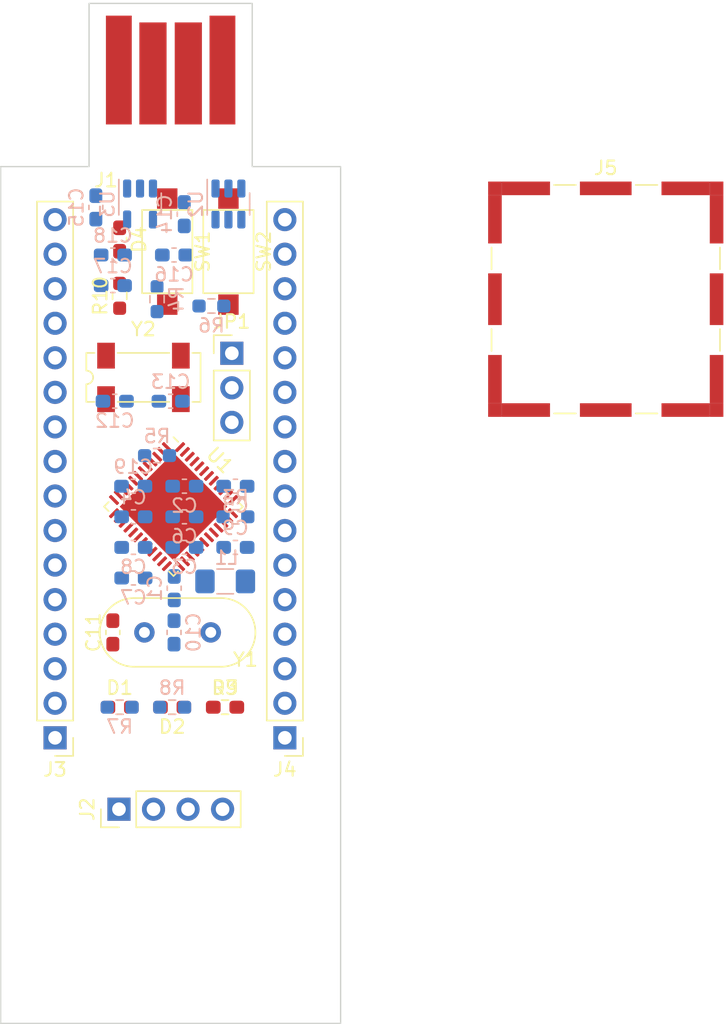
<source format=kicad_pcb>
(kicad_pcb (version 20211014) (generator pcbnew)
  (layers (0 "F.Cu" signal) (31 "B.Cu" signal) (34 "B.Paste" user) (35 "F.Paste" user) (36 "B.SilkS" user "B.Silkscreen") (37 "F.SilkS" user "F.Silkscreen") (38 "B.Mask" user) (39 "F.Mask" user) (44 "Edge.Cuts" user))
  (net 0 "")
  (net 1 "+3V3")
  (net 2 "GND")
  (net 3 "+5V")
  (net 4 "Net-(C16-Pad1)")
  (net 5 "Net-(C17-Pad1)")
  (net 6 "RESET")
  (net 7 "Net-(D1-Pad2)")
  (net 8 "Net-(D2-Pad2)")
  (net 9 "Net-(D3-Pad2)")
  (net 10 "Net-(D4-Pad2)")
  (net 11 "/D-")
  (net 12 "/D+")
  (net 13 "SWDIO")
  (net 14 "SWCLK")
  (net 15 "PB3")
  (net 16 "PB2")
  (net 17 "PA9")
  (net 18 "PA8")
  (net 19 "PA7")
  (net 20 "PA6")
  (net 21 "PA5")
  (net 22 "PA4")
  (net 23 "PA3")
  (net 24 "PA2")
  (net 25 "PA1")
  (net 26 "PA0")
  (net 27 "PB9")
  (net 28 "PB8")
  (net 29 "PB0")
  (net 30 "PB1")
  (net 31 "PE4")
  (net 32 "PA10")
  (net 33 "USB_N")
  (net 34 "USB_P")
  (net 35 "PA15")
  (net 36 "PB4")
  (net 37 "PB5")
  (net 38 "PB6")
  (net 39 "PB7")
  (net 41 "Net-(C9-Pad2)")
  (net 42 "Net-(C10-Pad1)")
  (net 43 "Net-(C11-Pad1)")
  (net 44 "Net-(C12-Pad1)")
  (net 45 "Net-(C13-Pad1)")
  (net 46 "Net-(JP1-Pad2)")
  (net 47 "Net-(L1-Pad1)")
  (net 51 "Net-(R6-Pad2)")
  (footprint "Crystal:Crystal_HC49-4H_Vertical" (layer "F.Cu") (at 45.45 64.25 180)
    (fp_text reference "Y1" (at -2.55 -2 180) (layer "F.SilkS"))
    (fp_text value "8M")
    (fp_line (start -0.76 -2.525) (end 5.64 -2.525) (layer "F.SilkS") (width 0.12))
    (fp_line (start -0.76 2.525) (end 5.64 2.525) (layer "F.SilkS") (width 0.12))
    (fp_arc (start -0.76 2.525) (mid -3.285 0) (end -0.76 -2.525) (layer "F.SilkS") (width 0.12))
    (fp_arc (start 5.64 -2.525) (mid 8.165 0) (end 5.64 2.525) (layer "F.SilkS") (width 0.12))
    (pad "1" thru_hole circle locked (at 0 0 180) (size 1.5 1.5) (drill 0.8) (layers *.Cu *.Mask) (net 42 "Net-(C10-Pad1)"))
    (pad "2" thru_hole circle locked (at 4.88 0 180) (size 1.5 1.5) (drill 0.8) (layers *.Cu *.Mask) (net 43 "Net-(C11-Pad1)"))
  )
  (footprint "Resistor_SMD:R_0603_1608Metric_Pad0.98x0.95mm_HandSolder" (layer "F.Cu") (at 46.5 69.75)
    (fp_text reference "R9" (at 0 -1.43) (layer "F.SilkS"))
    (fp_text value "680")
    (fp_line (start -0.254724 0.5225) (end 0.254724 0.5225) (layer "F.SilkS") (width 0.12))
    (fp_line (start -0.254724 -0.5225) (end 0.254724 -0.5225) (layer "F.SilkS") (width 0.12))
    (pad "1" smd roundrect locked (at -0.9125 0) (size 0.975 0.95) (layers "F.Cu" "F.Paste" "F.Mask") (net 31 "PE4"))
    (pad "2" smd roundrect locked (at 0.9125 0) (size 0.975 0.95) (layers "F.Cu" "F.Paste" "F.Mask") (net 9 "Net-(D3-Pad2)"))
  )
  (footprint "Connector_PinHeader_2.54mm:PinHeader_1x04_P2.54mm_Vertical" (layer "F.Cu") (at 38.7 77.25 90)
    (fp_text reference "J2" (at 0 -2.33 90) (layer "F.SilkS"))
    (fp_text value "Conn")
    (fp_line (start 1.33 1.27) (end 1.33 8.95) (layer "F.SilkS") (width 0.12))
    (fp_line (start -1.33 1.27) (end 1.33 1.27) (layer "F.SilkS") (width 0.12))
    (fp_line (start -1.33 8.95) (end 1.33 8.95) (layer "F.SilkS") (width 0.12))
    (fp_line (start -1.33 1.27) (end -1.33 8.95) (layer "F.SilkS") (width 0.12))
    (fp_line (start -1.33 0) (end -1.33 -1.33) (layer "F.SilkS") (width 0.12))
    (fp_line (start -1.33 -1.33) (end 0 -1.33) (layer "F.SilkS") (width 0.12))
    (pad "1" thru_hole rect locked (at 0 0 90) (size 1.7 1.7) (drill 1) (layers *.Cu *.Mask) (net 1 "+3V3"))
    (pad "2" thru_hole oval locked (at 0 2.54 90) (size 1.7 1.7) (drill 1) (layers *.Cu *.Mask) (net 13 "SWDIO"))
    (pad "3" thru_hole oval locked (at 0 5.08 90) (size 1.7 1.7) (drill 1) (layers *.Cu *.Mask) (net 14 "SWCLK"))
    (pad "4" thru_hole oval locked (at 0 7.62 90) (size 1.7 1.7) (drill 1) (layers *.Cu *.Mask) (net 2 "GND"))
  )
  (footprint "Capacitor_SMD:C_0603_1608Metric_Pad1.08x0.95mm_HandSolder" (layer "F.Cu") (at 38.75 69.75)
    (fp_text reference "D1" (at 0 -1.43) (layer "F.SilkS"))
    (fp_text value "GRN")
    (fp_line (start -0.146267 -0.51) (end 0.146267 -0.51) (layer "F.SilkS") (width 0.12))
    (fp_line (start -0.146267 0.51) (end 0.146267 0.51) (layer "F.SilkS") (width 0.12))
    (pad "1" smd roundrect locked (at -0.8625 0) (size 1.075 0.95) (layers "F.Cu" "F.Paste" "F.Mask") (net 2 "GND"))
    (pad "2" smd roundrect locked (at 0.8625 0) (size 1.075 0.95) (layers "F.Cu" "F.Paste" "F.Mask") (net 7 "Net-(D1-Pad2)"))
  )
  (footprint "Capacitor_SMD:C_0603_1608Metric_Pad1.08x0.95mm_HandSolder" (layer "F.Cu") (at 46.5 69.75)
    (fp_text reference "D3" (at 0 -1.43) (layer "F.SilkS"))
    (fp_text value "BLU")
    (fp_line (start -0.146267 0.51) (end 0.146267 0.51) (layer "F.SilkS") (width 0.12))
    (fp_line (start -0.146267 -0.51) (end 0.146267 -0.51) (layer "F.SilkS") (width 0.12))
    (pad "1" smd roundrect locked (at -0.8625 0) (size 1.075 0.95) (layers "F.Cu" "F.Paste" "F.Mask") (net 2 "GND"))
    (pad "2" smd roundrect locked (at 0.8625 0) (size 1.075 0.95) (layers "F.Cu" "F.Paste" "F.Mask") (net 9 "Net-(D3-Pad2)"))
  )
  (footprint "Crystal:Crystal_SMD_SeikoEpson_MC306-4Pin_8.0x3.2mm" (layer "F.Cu") (at 40.5 45.5)
    (fp_text reference "Y2" (at 0 -3.55) (layer "F.SilkS"))
    (fp_text value "32k768")
    (fp_line (start -4.2 -1.8) (end -3.6 -1.8) (layer "F.SilkS") (width 0.12))
    (fp_line (start -4.2 1.8) (end -4.2 0.5) (layer "F.SilkS") (width 0.12))
    (fp_line (start -1.9 -1.8) (end 1.9 -1.8) (layer "F.SilkS") (width 0.12))
    (fp_line (start 4.2 1.8) (end 3.6 1.8) (layer "F.SilkS") (width 0.12))
    (fp_line (start 4.2 -1.8) (end 4.2 1.8) (layer "F.SilkS") (width 0.12))
    (fp_line (start -4.2 1.8) (end -3.6 1.8) (layer "F.SilkS") (width 0.12))
    (fp_line (start 1.9 1.8) (end -1.9 1.8) (layer "F.SilkS") (width 0.12))
    (fp_line (start 3.6 -1.8) (end 4.2 -1.8) (layer "F.SilkS") (width 0.12))
    (fp_line (start -4.2 -0.5) (end -4.2 -1.8) (layer "F.SilkS") (width 0.12))
    (fp_arc (start -4.2 -0.5) (mid -3.7 0) (end -4.2 0.5) (layer "F.SilkS") (width 0.12))
    (pad "1" smd rect locked (at -2.75 1.6) (size 1.3 1.9) (layers "F.Cu" "F.Paste" "F.Mask") (net 44 "Net-(C12-Pad1)"))
    (pad "2" smd rect locked (at 2.75 1.6) (size 1.3 1.9) (layers "F.Cu" "F.Paste" "F.Mask") (net 45 "Net-(C13-Pad1)"))
    (pad "3" smd rect locked (at 2.75 -1.6) (size 1.3 1.9) (layers "F.Cu" "F.Paste" "F.Mask"))
    (pad "4" smd rect locked (at -2.75 -1.6) (size 1.3 1.9) (layers "F.Cu" "F.Paste" "F.Mask"))
  )
  (footprint "Connector_PinHeader_2.54mm:PinHeader_1x16_P2.54mm_Vertical" (layer "F.Cu") (at 34 72 180)
    (fp_text reference "J3" (at 0 -2.33) (layer "F.SilkS"))
    (fp_text value "Conn")
    (fp_line (start 1.33 1.27) (end 1.33 39.43) (layer "F.SilkS") (width 0.12))
    (fp_line (start -1.33 1.27) (end 1.33 1.27) (layer "F.SilkS") (width 0.12))
    (fp_line (start -1.33 1.27) (end -1.33 39.43) (layer "F.SilkS") (width 0.12))
    (fp_line (start -1.33 -1.33) (end 0 -1.33) (layer "F.SilkS") (width 0.12))
    (fp_line (start -1.33 0) (end -1.33 -1.33) (layer "F.SilkS") (width 0.12))
    (fp_line (start -1.33 39.43) (end 1.33 39.43) (layer "F.SilkS") (width 0.12))
    (pad "1" thru_hole rect locked (at 0 0 180) (size 1.7 1.7) (drill 1) (layers *.Cu *.Mask) (net 2 "GND"))
    (pad "2" thru_hole oval locked (at 0 2.54 180) (size 1.7 1.7) (drill 1) (layers *.Cu *.Mask) (net 1 "+3V3"))
    (pad "3" thru_hole oval locked (at 0 5.08 180) (size 1.7 1.7) (drill 1) (layers *.Cu *.Mask) (net 6 "RESET"))
    (pad "4" thru_hole oval locked (at 0 7.62 180) (size 1.7 1.7) (drill 1) (layers *.Cu *.Mask) (net 16 "PB2"))
    (pad "5" thru_hole oval locked (at 0 10.16 180) (size 1.7 1.7) (drill 1) (layers *.Cu *.Mask) (net 17 "PA9"))
    (pad "6" thru_hole oval locked (at 0 12.7 180) (size 1.7 1.7) (drill 1) (layers *.Cu *.Mask) (net 18 "PA8"))
    (pad "7" thru_hole oval locked (at 0 15.24 180) (size 1.7 1.7) (drill 1) (layers *.Cu *.Mask) (net 19 "PA7"))
    (pad "8" thru_hole oval locked (at 0 17.78 180) (size 1.7 1.7) (drill 1) (layers *.Cu *.Mask) (net 20 "PA6"))
    (pad "9" thru_hole oval locked (at 0 20.32 180) (size 1.7 1.7) (drill 1) (layers *.Cu *.Mask) (net 21 "PA5"))
    (pad "10" thru_hole oval locked (at 0 22.86 180) (size 1.7 1.7) (drill 1) (layers *.Cu *.Mask) (net 22 "PA4"))
    (pad "11" thru_hole oval locked (at 0 25.4 180) (size 1.7 1.7) (drill 1) (layers *.Cu *.Mask) (net 23 "PA3"))
    (pad "12" thru_hole oval locked (at 0 27.94 180) (size 1.7 1.7) (drill 1) (layers *.Cu *.Mask) (net 24 "PA2"))
    (pad "13" thru_hole oval locked (at 0 30.48 180) (size 1.7 1.7) (drill 1) (layers *.Cu *.Mask) (net 25 "PA1"))
    (pad "14" thru_hole oval locked (at 0 33.02 180) (size 1.7 1.7) (drill 1) (layers *.Cu *.Mask) (net 26 "PA0"))
    (pad "15" thru_hole oval locked (at 0 35.56 180) (size 1.7 1.7) (drill 1) (layers *.Cu *.Mask) (net 27 "PB9"))
    (pad "16" thru_hole oval locked (at 0 38.1 180) (size 1.7 1.7) (drill 1) (layers *.Cu *.Mask) (net 28 "PB8"))
  )
  (footprint "lib:CONN-USB-A-PCB-TRACES" (layer "F.Cu") (at 42.5 18 180)
    (fp_text reference "J1" hide)
    (fp_text value "USB_A" hide)
    (fp_text user "${REFERENCE}" (at 4.75 -13 180) (layer "F.SilkS"))
    (pad "1" connect rect locked (at 3.81 -4.9 180) (size 1.9 8) (layers "F.Cu" "F.Mask") (net 3 "+5V"))
    (pad "2" connect rect locked (at 1.3 -5.15 180) (size 2 7.5) (layers "F.Cu" "F.Mask") (net 12 "/D+"))
    (pad "3" connect rect locked (at -1.3 -5.15 180) (size 2 7.5) (layers "F.Cu" "F.Mask") (net 11 "/D-"))
    (pad "4" connect rect locked (at -3.81 -4.9 180) (size 1.9 8) (layers "F.Cu" "F.Mask") (net 2 "GND"))
  )
  (footprint "RF_Shielding:Laird_Technologies_BMI-S-202-F_16.50x16.50mm" (layer "F.Cu") (at 74.5 39.75)
    (fp_text reference "J5" (at 0 -9.65) (layer "F.SilkS"))
    (fp_text value "RFShield")
    (fp_line (start -8.4 -3.8) (end -8.4 -2.2) (layer "F.SilkS") (width 0.12))
    (fp_line (start -3.8 8.4) (end -2.2 8.4) (layer "F.SilkS") (width 0.12))
    (fp_line (start -8.4 2.2) (end -8.4 3.8) (layer "F.SilkS") (width 0.12))
    (fp_line (start 2.2 -8.4) (end 3.8 -8.4) (layer "F.SilkS") (width 0.12))
    (fp_line (start 8.4 -3.8) (end 8.4 -2.2) (layer "F.SilkS") (width 0.12))
    (fp_line (start -3.8 -8.4) (end -2.2 -8.4) (layer "F.SilkS") (width 0.12))
    (fp_line (start 8.4 2.2) (end 8.4 3.8) (layer "F.SilkS") (width 0.12))
    (fp_line (start 2.2 8.4) (end 3.8 8.4) (layer "F.SilkS") (width 0.12))
    (pad "1" smd rect locked (at 8.15 5.875) (size 1 3.55) (layers "F.Cu" "F.Paste" "F.Mask") (net 2 "GND"))
    (pad "1" smd rect locked (at -8.15 -8.15) (size 1 1) (layers "F.Cu" "F.Paste" "F.Mask") (net 2 "GND"))
    (pad "1" smd rect locked (at 5.875 -8.15) (size 3.55 1) (layers "F.Cu" "F.Paste" "F.Mask") (net 2 "GND"))
    (pad "1" smd rect locked (at 0 8.15) (size 3.8 1) (layers "F.Cu" "F.Paste" "F.Mask") (net 2 "GND"))
    (pad "1" smd rect locked (at -5.875 -8.15) (size 3.55 1) (layers "F.Cu" "F.Paste" "F.Mask") (net 2 "GND"))
    (pad "1" smd rect locked (at -5.875 8.15) (size 3.55 1) (layers "F.Cu" "F.Paste" "F.Mask") (net 2 "GND"))
    (pad "1" smd rect locked (at 5.875 8.15) (size 3.55 1) (layers "F.Cu" "F.Paste" "F.Mask") (net 2 "GND"))
    (pad "1" smd rect locked (at 8.15 -8.15) (size 1 1) (layers "F.Cu" "F.Paste" "F.Mask") (net 2 "GND"))
    (pad "1" smd rect locked (at -8.15 0) (size 1 3.8) (layers "F.Cu" "F.Paste" "F.Mask") (net 2 "GND"))
    (pad "1" smd rect locked (at 8.15 8.15) (size 1 1) (layers "F.Cu" "F.Paste" "F.Mask") (net 2 "GND"))
    (pad "1" smd rect locked (at 8.15 -5.875) (size 1 3.55) (layers "F.Cu" "F.Paste" "F.Mask") (net 2 "GND"))
    (pad "1" smd rect locked (at 0 -8.15) (size 3.8 1) (layers "F.Cu" "F.Paste" "F.Mask") (net 2 "GND"))
    (pad "1" smd rect locked (at -8.15 8.15) (size 1 1) (layers "F.Cu" "F.Paste" "F.Mask") (net 2 "GND"))
    (pad "1" smd rect locked (at -8.15 5.875) (size 1 3.55) (layers "F.Cu" "F.Paste" "F.Mask") (net 2 "GND"))
    (pad "1" smd rect locked (at -8.15 -5.875) (size 1 3.55) (layers "F.Cu" "F.Paste" "F.Mask") (net 2 "GND"))
    (pad "1" smd rect locked (at 8.15 0) (size 1 3.8) (layers "F.Cu" "F.Paste" "F.Mask") (net 2 "GND"))
  )
  (footprint "Capacitor_SMD:C_0603_1608Metric_Pad1.08x0.95mm_HandSolder" (layer "F.Cu") (at 38.25 64.25 90)
    (fp_text reference "C11" (at 0 -1.43 90) (layer "F.SilkS"))
    (fp_text value "12p")
    (fp_line (start -0.146267 -0.51) (end 0.146267 -0.51) (layer "F.SilkS") (width 0.12))
    (fp_line (start -0.146267 0.51) (end 0.146267 0.51) (layer "F.SilkS") (width 0.12))
    (pad "1" smd roundrect locked (at -0.8625 0 90) (size 1.075 0.95) (layers "F.Cu" "F.Paste" "F.Mask") (net 43 "Net-(C11-Pad1)"))
    (pad "2" smd roundrect locked (at 0.8625 0 90) (size 1.075 0.95) (layers "F.Cu" "F.Paste" "F.Mask") (net 2 "GND"))
  )
  (footprint "Button_Switch_SMD:SW_SPST_CK_RS282G05A3" (layer "F.Cu") (at 42.25 36.25 -90)
    (fp_text reference "SW1" (at 0 -2.6 90) (layer "F.SilkS"))
    (fp_text value "Reset")
    (fp_line (start 3.06 -1.85) (end 3.06 1.85) (layer "F.SilkS") (width 0.12))
    (fp_line (start 3.06 1.85) (end -3.06 1.85) (layer "F.SilkS") (width 0.12))
    (fp_line (start -3.06 1.85) (end -3.06 -1.85) (layer "F.SilkS") (width 0.12))
    (fp_line (start -3.06 -1.85) (end 3.06 -1.85) (layer "F.SilkS") (width 0.12))
    (pad "1" smd rect locked (at -3.9 0 270) (size 1.5 1.5) (layers "F.Cu" "F.Paste" "F.Mask") (net 2 "GND"))
    (pad "2" smd rect locked (at 3.9 0 270) (size 1.5 1.5) (layers "F.Cu" "F.Paste" "F.Mask") (net 6 "RESET"))
  )
  (footprint "Button_Switch_SMD:SW_SPST_CK_RS282G05A3" (layer "F.Cu") (at 46.75 36.25 -90)
    (fp_text reference "SW2" (at 0 -2.6 90) (layer "F.SilkS"))
    (fp_text value "User PB")
    (fp_line (start 3.06 -1.85) (end 3.06 1.85) (layer "F.SilkS") (width 0.12))
    (fp_line (start -3.06 1.85) (end -3.06 -1.85) (layer "F.SilkS") (width 0.12))
    (fp_line (start 3.06 1.85) (end -3.06 1.85) (layer "F.SilkS") (width 0.12))
    (fp_line (start -3.06 -1.85) (end 3.06 -1.85) (layer "F.SilkS") (width 0.12))
    (pad "1" smd rect locked (at -3.9 0 270) (size 1.5 1.5) (layers "F.Cu" "F.Paste" "F.Mask") (net 2 "GND"))
    (pad "2" smd rect locked (at 3.9 0 270) (size 1.5 1.5) (layers "F.Cu" "F.Paste" "F.Mask") (net 51 "Net-(R6-Pad2)"))
  )
  (footprint "Capacitor_SMD:C_0603_1608Metric_Pad1.08x0.95mm_HandSolder" (layer "F.Cu") (at 38.75 35.3625 -90)
    (fp_text reference "D4" (at 0 -1.43 90) (layer "F.SilkS"))
    (fp_text value "PWR")
    (fp_line (start -0.146267 -0.51) (end 0.146267 -0.51) (layer "F.SilkS") (width 0.12))
    (fp_line (start -0.146267 0.51) (end 0.146267 0.51) (layer "F.SilkS") (width 0.12))
    (pad "1" smd roundrect locked (at -0.8625 0 270) (size 1.075 0.95) (layers "F.Cu" "F.Paste" "F.Mask") (net 2 "GND"))
    (pad "2" smd roundrect locked (at 0.8625 0 270) (size 1.075 0.95) (layers "F.Cu" "F.Paste" "F.Mask") (net 10 "Net-(D4-Pad2)"))
  )
  (footprint "Resistor_SMD:R_0603_1608Metric_Pad0.98x0.95mm_HandSolder" (layer "F.Cu") (at 38.75 39.5 90)
    (fp_text reference "R10" (at 0 -1.43 90) (layer "F.SilkS"))
    (fp_text value "680")
    (fp_line (start -0.254724 0.5225) (end 0.254724 0.5225) (layer "F.SilkS") (width 0.12))
    (fp_line (start -0.254724 -0.5225) (end 0.254724 -0.5225) (layer "F.SilkS") (width 0.12))
    (pad "1" smd roundrect locked (at -0.9125 0 90) (size 0.975 0.95) (layers "F.Cu" "F.Paste" "F.Mask") (net 1 "+3V3"))
    (pad "2" smd roundrect locked (at 0.9125 0 90) (size 0.975 0.95) (layers "F.Cu" "F.Paste" "F.Mask") (net 10 "Net-(D4-Pad2)"))
  )
  (footprint "Package_DFN_QFN:QFN-48-1EP_7x7mm_P0.5mm_EP5.6x5.6mm" (layer "F.Cu") (at 42.710051 55 -45)
    (fp_text reference "U1" (at 0 -4.82 135) (layer "F.SilkS"))
    (fp_text value "STM32WBxx")
    (fp_line (start -3.61 3.61) (end -3.61 3.135) (layer "F.SilkS") (width 0.12))
    (fp_line (start -3.135 -3.61) (end -3.61 -3.61) (layer "F.SilkS") (width 0.12))
    (fp_line (start 3.61 -3.61) (end 3.61 -3.135) (layer "F.SilkS") (width 0.12))
    (fp_line (start 3.135 -3.61) (end 3.61 -3.61) (layer "F.SilkS") (width 0.12))
    (fp_line (start 3.61 3.61) (end 3.61 3.135) (layer "F.SilkS") (width 0.12))
    (fp_line (start 3.135 3.61) (end 3.61 3.61) (layer "F.SilkS") (width 0.12))
    (fp_line (start -3.135 3.61) (end -3.61 3.61) (layer "F.SilkS") (width 0.12))
    (pad "1" smd roundrect locked (at -3.4375 -2.75 315) (size 0.875 0.25) (layers "F.Cu" "F.Paste" "F.Mask"))
    (pad "2" smd roundrect locked (at -3.4375 -2.25 315) (size 0.875 0.25) (layers "F.Cu" "F.Paste" "F.Mask") (net 45 "Net-(C13-Pad1)"))
    (pad "3" smd roundrect locked (at -3.4375 -1.75 315) (size 0.875 0.25) (layers "F.Cu" "F.Paste" "F.Mask") (net 44 "Net-(C12-Pad1)"))
    (pad "4" smd roundrect locked (at -3.4375 -1.25 315) (size 0.875 0.25) (layers "F.Cu" "F.Paste" "F.Mask") (net 46 "Net-(JP1-Pad2)"))
    (pad "5" smd roundrect locked (at -3.4375 -0.75 315) (size 0.875 0.25) (layers "F.Cu" "F.Paste" "F.Mask") (net 28 "PB8"))
    (pad "6" smd roundrect locked (at -3.4375 -0.25 315) (size 0.875 0.25) (layers "F.Cu" "F.Paste" "F.Mask") (net 27 "PB9"))
    (pad "7" smd roundrect locked (at -3.4375 0.25 315) (size 0.875 0.25) (layers "F.Cu" "F.Paste" "F.Mask") (net 6 "RESET"))
    (pad "8" smd roundrect locked (at -3.4375 0.75 315) (size 0.875 0.25) (layers "F.Cu" "F.Paste" "F.Mask") (net 1 "+3V3"))
    (pad "9" smd roundrect locked (at -3.4375 1.25 315) (size 0.875 0.25) (layers "F.Cu" "F.Paste" "F.Mask") (net 26 "PA0"))
    (pad "10" smd roundrect locked (at -3.4375 1.75 315) (size 0.875 0.25) (layers "F.Cu" "F.Paste" "F.Mask") (net 25 "PA1"))
    (pad "11" smd roundrect locked (at -3.4375 2.25 315) (size 0.875 0.25) (layers "F.Cu" "F.Paste" "F.Mask") (net 24 "PA2"))
    (pad "12" smd roundrect locked (at -3.4375 2.75 315) (size 0.875 0.25) (layers "F.Cu" "F.Paste" "F.Mask") (net 23 "PA3"))
    (pad "13" smd roundrect locked (at -2.75 3.4375 315) (size 0.25 0.875) (layers "F.Cu" "F.Paste" "F.Mask") (net 22 "PA4"))
    (pad "14" smd roundrect locked (at -2.25 3.4375 315) (size 0.25 0.875) (layers "F.Cu" "F.Paste" "F.Mask") (net 21 "PA5"))
    (pad "15" smd roundrect locked (at -1.75 3.4375 315) (size 0.25 0.875) (layers "F.Cu" "F.Paste" "F.Mask") (net 20 "PA6"))
    (pad "16" smd roundrect locked (at -1.25 3.4375 315) (size 0.25 0.875) (layers "F.Cu" "F.Paste" "F.Mask") (net 19 "PA7"))
    (pad "17" smd roundrect locked (at -0.75 3.4375 315) (size 0.25 0.875) (layers "F.Cu" "F.Paste" "F.Mask") (net 18 "PA8"))
    (pad "18" smd roundrect locked (at -0.25 3.4375 315) (size 0.25 0.875) (layers "F.Cu" "F.Paste" "F.Mask") (net 17 "PA9"))
    (pad "19" smd roundrect locked (at 0.25 3.4375 315) (size 0.25 0.875) (layers "F.Cu" "F.Paste" "F.Mask") (net 16 "PB2"))
    (pad "20" smd roundrect locked (at 0.75 3.4375 315) (size 0.25 0.875) (layers "F.Cu" "F.Paste" "F.Mask") (net 1 "+3V3"))
    (pad "21" smd roundrect locked (at 1.25 3.4375 315) (size 0.25 0.875) (layers "F.Cu" "F.Paste" "F.Mask"))
    (pad "22" smd roundrect locked (at 1.75 3.4375 315) (size 0.25 0.875) (layers "F.Cu" "F.Paste" "F.Mask") (net 2 "GND"))
    (pad "23" smd roundrect locked (at 2.25 3.4375 315) (size 0.25 0.875) (layers "F.Cu" "F.Paste" "F.Mask") (net 1 "+3V3"))
    (pad "24" smd roundrect locked (at 2.75 3.4375 315) (size 0.25 0.875) (layers "F.Cu" "F.Paste" "F.Mask") (net 43 "Net-(C11-Pad1)"))
    (pad "25" smd roundrect locked (at 3.4375 2.75 315) (size 0.875 0.25) (layers "F.Cu" "F.Paste" "F.Mask") (net 42 "Net-(C10-Pad1)"))
    (pad "26" smd roundrect locked (at 3.4375 2.25 315) (size 0.875 0.25) (layers "F.Cu" "F.Paste" "F.Mask"))
    (pad "27" smd roundrect locked (at 3.4375 1.75 315) (size 0.875 0.25) (layers "F.Cu" "F.Paste" "F.Mask"))
    (pad "28" smd roundrect locked (at 3.4375 1.25 315) (size 0.875 0.25) (layers "F.Cu" "F.Paste" "F.Mask") (net 29 "PB0"))
    (pad "29" smd roundrect locked (at 3.4375 0.75 315) (size 0.875 0.25) (layers "F.Cu" "F.Paste" "F.Mask") (net 30 "PB1"))
    (pad "30" smd roundrect locked (at 3.4375 0.25 315) (size 0.875 0.25) (layers "F.Cu" "F.Paste" "F.Mask") (net 31 "PE4"))
    (pad "31" smd roundrect locked (at 3.4375 -0.25 315) (size 0.875 0.25) (layers "F.Cu" "F.Paste" "F.Mask") (net 41 "Net-(C9-Pad2)"))
    (pad "32" smd roundrect locked (at 3.4375 -0.75 315) (size 0.875 0.25) (layers "F.Cu" "F.Paste" "F.Mask") (net 2 "GND"))
    (pad "33" smd roundrect locked (at 3.4375 -1.25 315) (size 0.875 0.25) (layers "F.Cu" "F.Paste" "F.Mask") (net 47 "Net-(L1-Pad1)"))
    (pad "34" smd roundrect locked (at 3.4375 -1.75 315) (size 0.875 0.25) (layers "F.Cu" "F.Paste" "F.Mask") (net 1 "+3V3"))
    (pad "35" smd roundrect locked (at 3.4375 -2.25 315) (size 0.875 0.25) (layers "F.Cu" "F.Paste" "F.Mask") (net 1 "+3V3"))
    (pad "36" smd roundrect locked (at 3.4375 -2.75 315) (size 0.875 0.25) (layers "F.Cu" "F.Paste" "F.Mask") (net 32 "PA10"))
    (pad "37" smd roundrect locked (at 2.75 -3.4375 315) (size 0.25 0.875) (layers "F.Cu" "F.Paste" "F.Mask") (net 33 "USB_N"))
    (pad "38" smd roundrect locked (at 2.25 -3.4375 315) (size 0.25 0.875) (layers "F.Cu" "F.Paste" "F.Mask") (net 34 "USB_P"))
    (pad "39" smd roundrect locked (at 1.75 -3.4375 315) (size 0.25 0.875) (layers "F.Cu" "F.Paste" "F.Mask") (net 13 "SWDIO"))
    (pad "40" smd roundrect locked (at 1.25 -3.4375 315) (size 0.25 0.875) (layers "F.Cu" "F.Paste" "F.Mask") (net 1 "+3V3"))
    (pad "41" smd roundrect locked (at 0.75 -3.4375 315) (size 0.25 0.875) (layers "F.Cu" "F.Paste" "F.Mask") (net 14 "SWCLK"))
    (pad "42" smd roundrect locked (at 0.25 -3.4375 315) (size 0.25 0.875) (layers "F.Cu" "F.Paste" "F.Mask") (net 35 "PA15"))
    (pad "43" smd roundrect locked (at -0.25 -3.4375 315) (size 0.25 0.875) (layers "F.Cu" "F.Paste" "F.Mask") (net 15 "PB3"))
    (pad "44" smd roundrect locked (at -0.75 -3.4375 315) (size 0.25 0.875) (layers "F.Cu" "F.Paste" "F.Mask") (net 36 "PB4"))
    (pad "45" smd roundrect locked (at -1.25 -3.4375 315) (size 0.25 0.875) (layers "F.Cu" "F.Paste" "F.Mask") (net 37 "PB5"))
    (pad "46" smd roundrect locked (at -1.75 -3.4375 315) (size 0.25 0.875) (layers "F.Cu" "F.Paste" "F.Mask") (net 38 "PB6"))
    (pad "47" smd roundrect locked (at -2.25 -3.4375 315) (size 0.25 0.875) (layers "F.Cu" "F.Paste" "F.Mask") (net 39 "PB7"))
    (pad "48" smd roundrect locked (at -2.75 -3.4375 315) (size 0.25 0.875) (layers "F.Cu" "F.Paste" "F.Mask") (net 1 "+3V3"))
    (pad "49" smd rect locked (at 0 0 315) (size 5.6 5.6) (layers "F.Cu" "F.Mask") (net 2 "GND"))
  )
  (footprint "Connector_PinHeader_2.54mm:PinHeader_1x03_P2.54mm_Vertical" (layer "F.Cu") (at 47 43.725)
    (fp_text reference "JP1" (at 0 -2.33) (layer "F.SilkS"))
    (fp_text value "Jumper_3_Open")
    (fp_line (start -1.33 1.27) (end -1.33 6.41) (layer "F.SilkS") (width 0.12))
    (fp_line (start 1.33 1.27) (end 1.33 6.41) (layer "F.SilkS") (width 0.12))
    (fp_line (start -1.33 1.27) (end 1.33 1.27) (layer "F.SilkS") (width 0.12))
    (fp_line (start -1.33 0) (end -1.33 -1.33) (layer "F.SilkS") (width 0.12))
    (fp_line (start -1.33 -1.33) (end 0 -1.33) (layer "F.SilkS") (width 0.12))
    (fp_line (start -1.33 6.41) (end 1.33 6.41) (layer "F.SilkS") (width 0.12))
    (pad "1" thru_hole rect locked (at 0 0) (size 1.7 1.7) (drill 1) (layers *.Cu *.Mask) (net 1 "+3V3"))
    (pad "2" thru_hole oval locked (at 0 2.54) (size 1.7 1.7) (drill 1) (layers *.Cu *.Mask) (net 46 "Net-(JP1-Pad2)"))
    (pad "3" thru_hole oval locked (at 0 5.08) (size 1.7 1.7) (drill 1) (layers *.Cu *.Mask) (net 2 "GND"))
  )
  (footprint "Connector_PinHeader_2.54mm:PinHeader_1x16_P2.54mm_Vertical" (layer "F.Cu") (at 50.9 72 180)
    (fp_text reference "J4" (at 0 -2.33) (layer "F.SilkS"))
    (fp_text value "Conn")
    (fp_line (start -1.33 39.43) (end 1.33 39.43) (layer "F.SilkS") (width 0.12))
    (fp_line (start 1.33 1.27) (end 1.33 39.43) (layer "F.SilkS") (width 0.12))
    (fp_line (start -1.33 -1.33) (end 0 -1.33) (layer "F.SilkS") (width 0.12))
    (fp_line (start -1.33 1.27) (end 1.33 1.27) (layer "F.SilkS") (width 0.12))
    (fp_line (start -1.33 0) (end -1.33 -1.33) (layer "F.SilkS") (width 0.12))
    (fp_line (start -1.33 1.27) (end -1.33 39.43) (layer "F.SilkS") (width 0.12))
    (pad "1" thru_hole rect locked (at 0 0 180) (size 1.7 1.7) (drill 1) (layers *.Cu *.Mask) (net 2 "GND"))
    (pad "2" thru_hole oval locked (at 0 2.54 180) (size 1.7 1.7) (drill 1) (layers *.Cu *.Mask) (net 29 "PB0"))
    (pad "3" thru_hole oval locked (at 0 5.08 180) (size 1.7 1.7) (drill 1) (layers *.Cu *.Mask) (net 30 "PB1"))
    (pad "4" thru_hole oval locked (at 0 7.62 180) (size 1.7 1.7) (drill 1) (layers *.Cu *.Mask) (net 31 "PE4"))
    (pad "5" thru_hole oval locked (at 0 10.16 180) (size 1.7 1.7) (drill 1) (layers *.Cu *.Mask) (net 32 "PA10"))
    (pad "6" thru_hole oval locked (at 0 12.7 180) (size 1.7 1.7) (drill 1) (layers *.Cu *.Mask) (net 33 "USB_N"))
    (pad "7" thru_hole oval locked (at 0 15.24 180) (size 1.7 1.7) (drill 1) (layers *.Cu *.Mask) (net 34 "USB_P"))
    (pad "8" thru_hole oval locked (at 0 17.78 180) (size 1.7 1.7) (drill 1) (layers *.Cu *.Mask) (net 35 "PA15"))
    (pad "9" thru_hole oval locked (at 0 20.32 180) (size 1.7 1.7) (drill 1) (layers *.Cu *.Mask) (net 15 "PB3"))
    (pad "10" thru_hole oval locked (at 0 22.86 180) (size 1.7 1.7) (drill 1) (layers *.Cu *.Mask) (net 36 "PB4"))
    (pad "11" thru_hole oval locked (at 0 25.4 180) (size 1.7 1.7) (drill 1) (layers *.Cu *.Mask) (net 37 "PB5"))
    (pad "12" thru_hole oval locked (at 0 27.94 180) (size 1.7 1.7) (drill 1) (layers *.Cu *.Mask) (net 38 "PB6"))
    (pad "13" thru_hole oval locked (at 0 30.48 180) (size 1.7 1.7) (drill 1) (layers *.Cu *.Mask) (net 39 "PB7"))
    (pad "14" thru_hole oval locked (at 0 33.02 180) (size 1.7 1.7) (drill 1) (layers *.Cu *.Mask) (net 3 "+5V"))
    (pad "15" thru_hole oval locked (at 0 35.56 180) (size 1.7 1.7) (drill 1) (layers *.Cu *.Mask) (net 2 "GND"))
    (pad "16" thru_hole oval locked (at 0 38.1 180) (size 1.7 1.7) (drill 1) (layers *.Cu *.Mask) (net 1 "+3V3"))
  )
  (footprint "Capacitor_SMD:C_0603_1608Metric_Pad1.08x0.95mm_HandSolder" (layer "F.Cu") (at 42.6125 69.75 180)
    (fp_text reference "D2" (at 0 -1.43) (layer "F.SilkS"))
    (fp_text value "RED")
    (fp_line (start -0.146267 -0.51) (end 0.146267 -0.51) (layer "F.SilkS") (width 0.12))
    (fp_line (start -0.146267 0.51) (end 0.146267 0.51) (layer "F.SilkS") (width 0.12))
    (pad "1" smd roundrect locked (at -0.8625 0 180) (size 1.075 0.95) (layers "F.Cu" "F.Paste" "F.Mask") (net 2 "GND"))
    (pad "2" smd roundrect locked (at 0.8625 0 180) (size 1.075 0.95) (layers "F.Cu" "F.Paste" "F.Mask") (net 8 "Net-(D2-Pad2)"))
  )
  (footprint "Capacitor_SMD:C_0603_1608Metric_Pad1.08x0.95mm_HandSolder" (layer "B.Cu") (at 42.5 47.25 180)
    (fp_text reference "C13" (at 0 1.43) (layer "B.SilkS") (effects (justify mirror)))
    (fp_text value "10p")
    (fp_line (start -0.146267 -0.51) (end 0.146267 -0.51) (layer "B.SilkS") (width 0.12))
    (fp_line (start -0.146267 0.51) (end 0.146267 0.51) (layer "B.SilkS") (width 0.12))
    (pad "1" smd roundrect locked (at -0.8625 0 180) (size 1.075 0.95) (layers "B.Cu" "B.Paste" "B.Mask") (net 45 "Net-(C13-Pad1)"))
    (pad "2" smd roundrect locked (at 0.8625 0 180) (size 1.075 0.95) (layers "B.Cu" "B.Paste" "B.Mask") (net 2 "GND"))
  )
  (footprint "Capacitor_SMD:C_0603_1608Metric_Pad1.08x0.95mm_HandSolder" (layer "B.Cu") (at 43.5125 53.5)
    (fp_text reference "C2" (at 0 1.43) (layer "B.SilkS") (effects (justify mirror)))
    (fp_text value "100n")
    (fp_line (start -0.146267 -0.51) (end 0.146267 -0.51) (layer "B.SilkS") (width 0.12))
    (fp_line (start -0.146267 0.51) (end 0.146267 0.51) (layer "B.SilkS") (width 0.12))
    (pad "1" smd roundrect locked (at -0.8625 0) (size 1.075 0.95) (layers "B.Cu" "B.Paste" "B.Mask") (net 1 "+3V3"))
    (pad "2" smd roundrect locked (at 0.8625 0) (size 1.075 0.95) (layers "B.Cu" "B.Paste" "B.Mask") (net 2 "GND"))
  )
  (footprint "Capacitor_SMD:C_0603_1608Metric_Pad1.08x0.95mm_HandSolder" (layer "B.Cu") (at 42.7625 61 -90)
    (fp_text reference "C1" (at 0 1.43 90) (layer "B.SilkS") (effects (justify mirror)))
    (fp_text value "100n")
    (fp_line (start -0.146267 0.51) (end 0.146267 0.51) (layer "B.SilkS") (width 0.12))
    (fp_line (start -0.146267 -0.51) (end 0.146267 -0.51) (layer "B.SilkS") (width 0.12))
    (pad "1" smd roundrect locked (at -0.8625 0 270) (size 1.075 0.95) (layers "B.Cu" "B.Paste" "B.Mask") (net 1 "+3V3"))
    (pad "2" smd roundrect locked (at 0.8625 0 270) (size 1.075 0.95) (layers "B.Cu" "B.Paste" "B.Mask") (net 2 "GND"))
  )
  (footprint "Capacitor_SMD:C_0603_1608Metric_Pad1.08x0.95mm_HandSolder" (layer "B.Cu") (at 43.5 33.5 -90)
    (fp_text reference "C14" (at 0 1.43 90) (layer "B.SilkS") (effects (justify mirror)))
    (fp_text value "1u")
    (fp_line (start -0.146267 0.51) (end 0.146267 0.51) (layer "B.SilkS") (width 0.12))
    (fp_line (start -0.146267 -0.51) (end 0.146267 -0.51) (layer "B.SilkS") (width 0.12))
    (pad "1" smd roundrect locked (at -0.8625 0 270) (size 1.075 0.95) (layers "B.Cu" "B.Paste" "B.Mask") (net 3 "+5V"))
    (pad "2" smd roundrect locked (at 0.8625 0 270) (size 1.075 0.95) (layers "B.Cu" "B.Paste" "B.Mask") (net 2 "GND"))
  )
  (footprint "Capacitor_SMD:C_0603_1608Metric_Pad1.08x0.95mm_HandSolder" (layer "B.Cu") (at 42.75 36.5)
    (fp_text reference "C16" (at 0 1.43) (layer "B.SilkS") (effects (justify mirror)))
    (fp_text value "10n")
    (fp_line (start -0.146267 -0.51) (end 0.146267 -0.51) (layer "B.SilkS") (width 0.12))
    (fp_line (start -0.146267 0.51) (end 0.146267 0.51) (layer "B.SilkS") (width 0.12))
    (pad "1" smd roundrect locked (at -0.8625 0) (size 1.075 0.95) (layers "B.Cu" "B.Paste" "B.Mask") (net 4 "Net-(C16-Pad1)"))
    (pad "2" smd roundrect locked (at 0.8625 0) (size 1.075 0.95) (layers "B.Cu" "B.Paste" "B.Mask") (net 2 "GND"))
  )
  (footprint "Capacitor_SMD:C_0603_1608Metric_Pad1.08x0.95mm_HandSolder" (layer "B.Cu") (at 43.5125 55.75)
    (fp_text reference "C6" (at 0 1.43) (layer "B.SilkS") (effects (justify mirror)))
    (fp_text value "4.7u")
    (fp_line (start -0.146267 -0.51) (end 0.146267 -0.51) (layer "B.SilkS") (width 0.12))
    (fp_line (start -0.146267 0.51) (end 0.146267 0.51) (layer "B.SilkS") (width 0.12))
    (pad "1" smd roundrect locked (at -0.8625 0) (size 1.075 0.95) (layers "B.Cu" "B.Paste" "B.Mask") (net 1 "+3V3"))
    (pad "2" smd roundrect locked (at 0.8625 0) (size 1.075 0.95) (layers "B.Cu" "B.Paste" "B.Mask") (net 2 "GND"))
  )
  (footprint "Resistor_SMD:R_0603_1608Metric_Pad0.98x0.95mm_HandSolder" (layer "B.Cu") (at 41.5 51.25 180)
    (fp_text reference "R5" (at 0 1.43) (layer "B.SilkS") (effects (justify mirror)))
    (fp_text value "10k")
    (fp_line (start -0.254724 -0.5225) (end 0.254724 -0.5225) (layer "B.SilkS") (width 0.12))
    (fp_line (start -0.254724 0.5225) (end 0.254724 0.5225) (layer "B.SilkS") (width 0.12))
    (pad "1" smd roundrect locked (at -0.9125 0 180) (size 0.975 0.95) (layers "B.Cu" "B.Paste" "B.Mask") (net 1 "+3V3"))
    (pad "2" smd roundrect locked (at 0.9125 0 180) (size 0.975 0.95) (layers "B.Cu" "B.Paste" "B.Mask") (net 6 "RESET"))
  )
  (footprint "Capacitor_SMD:C_0603_1608Metric_Pad1.08x0.95mm_HandSolder" (layer "B.Cu") (at 38.3875 47.25)
    (fp_text reference "C12" (at 0 1.43) (layer "B.SilkS") (effects (justify mirror)))
    (fp_text value "10p")
    (fp_line (start -0.146267 0.51) (end 0.146267 0.51) (layer "B.SilkS") (width 0.12))
    (fp_line (start -0.146267 -0.51) (end 0.146267 -0.51) (layer "B.SilkS") (width 0.12))
    (pad "1" smd roundrect locked (at -0.8625 0) (size 1.075 0.95) (layers "B.Cu" "B.Paste" "B.Mask") (net 44 "Net-(C12-Pad1)"))
    (pad "2" smd roundrect locked (at 0.8625 0) (size 1.075 0.95) (layers "B.Cu" "B.Paste" "B.Mask") (net 2 "GND"))
  )
  (footprint "Capacitor_SMD:C_0603_1608Metric_Pad1.08x0.95mm_HandSolder" (layer "B.Cu") (at 39.7625 60.25)
    (fp_text reference "C7" (at 0 1.43) (layer "B.SilkS") (effects (justify mirror)))
    (fp_text value "100n")
    (fp_line (start -0.146267 0.51) (end 0.146267 0.51) (layer "B.SilkS") (width 0.12))
    (fp_line (start -0.146267 -0.51) (end 0.146267 -0.51) (layer "B.SilkS") (width 0.12))
    (pad "1" smd roundrect locked (at -0.8625 0) (size 1.075 0.95) (layers "B.Cu" "B.Paste" "B.Mask") (net 2 "GND"))
    (pad "2" smd roundrect locked (at 0.8625 0) (size 1.075 0.95) (layers "B.Cu" "B.Paste" "B.Mask") (net 1 "+3V3"))
  )
  (footprint "Capacitor_SMD:C_0603_1608Metric_Pad1.08x0.95mm_HandSolder" (layer "B.Cu") (at 39.7625 55.75 180)
    (fp_text reference "C4" (at 0 1.43) (layer "B.SilkS") (effects (justify mirror)))
    (fp_text value "100n")
    (fp_line (start -0.146267 0.51) (end 0.146267 0.51) (layer "B.SilkS") (width 0.12))
    (fp_line (start -0.146267 -0.51) (end 0.146267 -0.51) (layer "B.SilkS") (width 0.12))
    (pad "1" smd roundrect locked (at -0.8625 0 180) (size 1.075 0.95) (layers "B.Cu" "B.Paste" "B.Mask") (net 1 "+3V3"))
    (pad "2" smd roundrect locked (at 0.8625 0 180) (size 1.075 0.95) (layers "B.Cu" "B.Paste" "B.Mask") (net 2 "GND"))
  )
  (footprint "Resistor_SMD:R_0603_1608Metric_Pad0.98x0.95mm_HandSolder" (layer "B.Cu") (at 47.2625 55.75 180)
    (fp_text reference "R3" (at 0 1.43) (layer "B.SilkS") (effects (justify mirror)))
    (fp_text value "NC")
    (fp_line (start -0.254724 -0.5225) (end 0.254724 -0.5225) (layer "B.SilkS") (width 0.12))
    (fp_line (start -0.254724 0.5225) (end 0.254724 0.5225) (layer "B.SilkS") (width 0.12))
    (pad "1" smd roundrect locked (at -0.9125 0 180) (size 0.975 0.95) (layers "B.Cu" "B.Paste" "B.Mask") (net 41 "Net-(C9-Pad2)"))
    (pad "2" smd roundrect locked (at 0.9125 0 180) (size 0.975 0.95) (layers "B.Cu" "B.Paste" "B.Mask") (net 1 "+3V3"))
  )
  (footprint "Capacitor_SMD:C_0603_1608Metric_Pad1.08x0.95mm_HandSolder" (layer "B.Cu") (at 37 33 -90)
    (fp_text reference "C15" (at 0 1.43 90) (layer "B.SilkS") (effects (justify mirror)))
    (fp_text value "100n")
    (fp_line (start -0.146267 -0.51) (end 0.146267 -0.51) (layer "B.SilkS") (width 0.12))
    (fp_line (start -0.146267 0.51) (end 0.146267 0.51) (layer "B.SilkS") (width 0.12))
    (pad "1" smd roundrect locked (at -0.8625 0 270) (size 1.075 0.95) (layers "B.Cu" "B.Paste" "B.Mask") (net 3 "+5V"))
    (pad "2" smd roundrect locked (at 0.8625 0 270) (size 1.075 0.95) (layers "B.Cu" "B.Paste" "B.Mask") (net 2 "GND"))
  )
  (footprint "Capacitor_SMD:C_0603_1608Metric_Pad1.08x0.95mm_HandSolder" (layer "B.Cu") (at 39.7625 58)
    (fp_text reference "C8" (at 0 1.43) (layer "B.SilkS") (effects (justify mirror)))
    (fp_text value "100p")
    (fp_line (start -0.146267 0.51) (end 0.146267 0.51) (layer "B.SilkS") (width 0.12))
    (fp_line (start -0.146267 -0.51) (end 0.146267 -0.51) (layer "B.SilkS") (width 0.12))
    (pad "1" smd roundrect locked (at -0.8625 0) (size 1.075 0.95) (layers "B.Cu" "B.Paste" "B.Mask") (net 2 "GND"))
    (pad "2" smd roundrect locked (at 0.8625 0) (size 1.075 0.95) (layers "B.Cu" "B.Paste" "B.Mask") (net 1 "+3V3"))
  )
  (footprint "Package_TO_SOT_SMD:SOT-23-5" (layer "B.Cu") (at 40.25 32.75 -90)
    (fp_text reference "U3" (at 0 2.4 90) (layer "B.SilkS") (effects (justify mirror)))
    (fp_text value "LD3985M33R_SOT23")
    (fp_line (start 0 -1.56) (end -0.8 -1.56) (layer "B.SilkS") (width 0.12))
    (fp_line (start 0 1.56) (end 0.8 1.56) (layer "B.SilkS") (width 0.12))
    (fp_line (start 0 -1.56) (end 0.8 -1.56) (layer "B.SilkS") (width 0.12))
    (fp_line (start 0 1.56) (end -1.8 1.56) (layer "B.SilkS") (width 0.12))
    (pad "1" smd roundrect locked (at -1.1375 0.95 270) (size 1.325 0.6) (layers "B.Cu" "B.Paste" "B.Mask") (net 3 "+5V"))
    (pad "2" smd roundrect locked (at -1.1375 0 270) (size 1.325 0.6) (layers "B.Cu" "B.Paste" "B.Mask") (net 2 "GND"))
    (pad "3" smd roundrect locked (at -1.1375 -0.95 270) (size 1.325 0.6) (layers "B.Cu" "B.Paste" "B.Mask") (net 3 "+5V"))
    (pad "4" smd roundrect locked (at 1.1375 -0.95 270) (size 1.325 0.6) (layers "B.Cu" "B.Paste" "B.Mask") (net 4 "Net-(C16-Pad1)"))
    (pad "5" smd roundrect locked (at 1.1375 0.95 270) (size 1.325 0.6) (layers "B.Cu" "B.Paste" "B.Mask") (net 5 "Net-(C17-Pad1)"))
  )
  (footprint "Capacitor_SMD:C_0603_1608Metric_Pad1.08x0.95mm_HandSolder" (layer "B.Cu") (at 43.5125 58)
    (fp_text reference "C3" (at 0 1.43) (layer "B.SilkS") (effects (justify mirror)))
    (fp_text value "100n")
    (fp_line (start -0.146267 -0.51) (end 0.146267 -0.51) (layer "B.SilkS") (width 0.12))
    (fp_line (start -0.146267 0.51) (end 0.146267 0.51) (layer "B.SilkS") (width 0.12))
    (pad "1" smd roundrect locked (at -0.8625 0) (size 1.075 0.95) (layers "B.Cu" "B.Paste" "B.Mask") (net 1 "+3V3"))
    (pad "2" smd roundrect locked (at 0.8625 0) (size 1.075 0.95) (layers "B.Cu" "B.Paste" "B.Mask") (net 2 "GND"))
  )
  (footprint "Capacitor_SMD:C_0603_1608Metric_Pad1.08x0.95mm_HandSolder" (layer "B.Cu") (at 39.75 53.5 180)
    (fp_text reference "C19" (at 0 1.43) (layer "B.SilkS") (effects (justify mirror)))
    (fp_text value "100n")
    (fp_line (start -0.146267 0.51) (end 0.146267 0.51) (layer "B.SilkS") (width 0.12))
    (fp_line (start -0.146267 -0.51) (end 0.146267 -0.51) (layer "B.SilkS") (width 0.12))
    (pad "1" smd roundrect locked (at -0.8625 0 180) (size 1.075 0.95) (layers "B.Cu" "B.Paste" "B.Mask") (net 6 "RESET"))
    (pad "2" smd roundrect locked (at 0.8625 0 180) (size 1.075 0.95) (layers "B.Cu" "B.Paste" "B.Mask") (net 2 "GND"))
  )
  (footprint "Resistor_SMD:R_0603_1608Metric_Pad0.98x0.95mm_HandSolder" (layer "B.Cu") (at 41.5 39.75 90)
    (fp_text reference "R4" (at 0 1.43 90) (layer "B.SilkS") (effects (justify mirror)))
    (fp_text value "0")
    (fp_line (start -0.254724 -0.5225) (end 0.254724 -0.5225) (layer "B.SilkS") (width 0.12))
    (fp_line (start -0.254724 0.5225) (end 0.254724 0.5225) (layer "B.SilkS") (width 0.12))
    (pad "1" smd roundrect locked (at -0.9125 0 90) (size 0.975 0.95) (layers "B.Cu" "B.Paste" "B.Mask") (net 1 "+3V3"))
    (pad "2" smd roundrect locked (at 0.9125 0 90) (size 0.975 0.95) (layers "B.Cu" "B.Paste" "B.Mask") (net 5 "Net-(C17-Pad1)"))
  )
  (footprint "Resistor_SMD:R_0603_1608Metric_Pad0.98x0.95mm_HandSolder" (layer "B.Cu") (at 38.75 69.75)
    (fp_text reference "R7" (at 0 1.43) (layer "B.SilkS") (effects (justify mirror)))
    (fp_text value "680")
    (fp_line (start -0.254724 0.5225) (end 0.254724 0.5225) (layer "B.SilkS") (width 0.12))
    (fp_line (start -0.254724 -0.5225) (end 0.254724 -0.5225) (layer "B.SilkS") (width 0.12))
    (pad "1" smd roundrect locked (at -0.9125 0) (size 0.975 0.95) (layers "B.Cu" "B.Paste" "B.Mask") (net 29 "PB0"))
    (pad "2" smd roundrect locked (at 0.9125 0) (size 0.975 0.95) (layers "B.Cu" "B.Paste" "B.Mask") (net 7 "Net-(D1-Pad2)"))
  )
  (footprint "Capacitor_SMD:C_0603_1608Metric_Pad1.08x0.95mm_HandSolder" (layer "B.Cu") (at 38.25 38.75 180)
    (fp_text reference "C17" (at 0 1.43) (layer "B.SilkS") (effects (justify mirror)))
    (fp_text value "1u")
    (fp_line (start -0.146267 0.51) (end 0.146267 0.51) (layer "B.SilkS") (width 0.12))
    (fp_line (start -0.146267 -0.51) (end 0.146267 -0.51) (layer "B.SilkS") (width 0.12))
    (pad "1" smd roundrect locked (at -0.8625 0 180) (size 1.075 0.95) (layers "B.Cu" "B.Paste" "B.Mask") (net 5 "Net-(C17-Pad1)"))
    (pad "2" smd roundrect locked (at 0.8625 0 180) (size 1.075 0.95) (layers "B.Cu" "B.Paste" "B.Mask") (net 2 "GND"))
  )
  (footprint "Resistor_SMD:R_0603_1608Metric_Pad0.98x0.95mm_HandSolder" (layer "B.Cu") (at 45.5 40.25)
    (fp_text reference "R6" (at 0 1.43) (layer "B.SilkS") (effects (justify mirror)))
    (fp_text value "1k")
    (fp_line (start -0.254724 -0.5225) (end 0.254724 -0.5225) (layer "B.SilkS") (width 0.12))
    (fp_line (start -0.254724 0.5225) (end 0.254724 0.5225) (layer "B.SilkS") (width 0.12))
    (pad "1" smd roundrect locked (at -0.9125 0) (size 0.975 0.95) (layers "B.Cu" "B.Paste" "B.Mask") (net 32 "PA10"))
    (pad "2" smd roundrect locked (at 0.9125 0) (size 0.975 0.95) (layers "B.Cu" "B.Paste" "B.Mask") (net 51 "Net-(R6-Pad2)"))
  )
  (footprint "Inductor_SMD:L_1206_3216Metric_Pad1.42x1.75mm_HandSolder" (layer "B.Cu") (at 46.5125 60.5 180)
    (fp_text reference "L1" (at -0.1 1.74) (layer "B.SilkS") (effects (justify mirror)))
    (fp_text value "10u")
    (fp_line (start -0.602064 -0.91) (end 0.602064 -0.91) (layer "B.SilkS") (width 0.12))
    (fp_line (start -0.602064 0.91) (end 0.602064 0.91) (layer "B.SilkS") (width 0.12))
    (pad "1" smd roundrect locked (at -1.4875 0 180) (size 1.425 1.75) (layers "B.Cu" "B.Paste" "B.Mask") (roundrect_rratio 0.175439) (net 47 "Net-(L1-Pad1)"))
    (pad "2" smd roundrect locked (at 1.4875 0 180) (size 1.425 1.75) (layers "B.Cu" "B.Paste" "B.Mask") (roundrect_rratio 0.175439) (net 41 "Net-(C9-Pad2)"))
  )
  (footprint "Resistor_SMD:R_0603_1608Metric_Pad0.98x0.95mm_HandSolder" (layer "B.Cu") (at 42.6125 69.75 180)
    (fp_text reference "R8" (at 0 1.43) (layer "B.SilkS") (effects (justify mirror)))
    (fp_text value "680")
    (fp_line (start -0.254724 -0.5225) (end 0.254724 -0.5225) (layer "B.SilkS") (width 0.12))
    (fp_line (start -0.254724 0.5225) (end 0.254724 0.5225) (layer "B.SilkS") (width 0.12))
    (pad "1" smd roundrect locked (at -0.9125 0 180) (size 0.975 0.95) (layers "B.Cu" "B.Paste" "B.Mask") (net 30 "PB1"))
    (pad "2" smd roundrect locked (at 0.9125 0 180) (size 0.975 0.95) (layers "B.Cu" "B.Paste" "B.Mask") (net 8 "Net-(D2-Pad2)"))
  )
  (footprint "Capacitor_SMD:C_0603_1608Metric_Pad1.08x0.95mm_HandSolder" (layer "B.Cu") (at 38.25 36.5 180)
    (fp_text reference "C18" (at 0 1.43) (layer "B.SilkS") (effects (justify mirror)))
    (fp_text value "100n")
    (fp_line (start -0.146267 0.51) (end 0.146267 0.51) (layer "B.SilkS") (width 0.12))
    (fp_line (start -0.146267 -0.51) (end 0.146267 -0.51) (layer "B.SilkS") (width 0.12))
    (pad "1" smd roundrect locked (at -0.8625 0 180) (size 1.075 0.95) (layers "B.Cu" "B.Paste" "B.Mask") (net 5 "Net-(C17-Pad1)"))
    (pad "2" smd roundrect locked (at 0.8625 0 180) (size 1.075 0.95) (layers "B.Cu" "B.Paste" "B.Mask") (net 2 "GND"))
  )
  (footprint "Capacitor_SMD:C_0603_1608Metric_Pad1.08x0.95mm_HandSolder" (layer "B.Cu") (at 47.2625 53.5)
    (fp_text reference "C5" (at 0 1.43) (layer "B.SilkS") (effects (justify mirror)))
    (fp_text value "100n")
    (fp_line (start -0.146267 -0.51) (end 0.146267 -0.51) (layer "B.SilkS") (width 0.12))
    (fp_line (start -0.146267 0.51) (end 0.146267 0.51) (layer "B.SilkS") (width 0.12))
    (pad "1" smd roundrect locked (at -0.8625 0) (size 1.075 0.95) (layers "B.Cu" "B.Paste" "B.Mask") (net 1 "+3V3"))
    (pad "2" smd roundrect locked (at 0.8625 0) (size 1.075 0.95) (layers "B.Cu" "B.Paste" "B.Mask") (net 2 "GND"))
  )
  (footprint "Package_TO_SOT_SMD:SOT-23-6" (layer "B.Cu") (at 46.75 32.75 -90)
    (fp_text reference "U2" (at 0 2.4 90) (layer "B.SilkS") (effects (justify mirror)))
    (fp_text value "USBLC6-2SC6")
    (fp_line (start 0 -1.56) (end 0.8 -1.56) (layer "B.SilkS") (width 0.12))
    (fp_line (start 0 1.56) (end -1.8 1.56) (layer "B.SilkS") (width 0.12))
    (fp_line (start 0 1.56) (end 0.8 1.56) (layer "B.SilkS") (width 0.12))
    (fp_line (start 0 -1.56) (end -0.8 -1.56) (layer "B.SilkS") (width 0.12))
    (pad "1" smd roundrect locked (at -1.1375 0.95 270) (size 1.325 0.6) (layers "B.Cu" "B.Paste" "B.Mask") (net 11 "/D-"))
    (pad "2" smd roundrect locked (at -1.1375 0 270) (size 1.325 0.6) (layers "B.Cu" "B.Paste" "B.Mask") (net 2 "GND"))
    (pad "3" smd roundrect locked (at -1.1375 -0.95 270) (size 1.325 0.6) (layers "B.Cu" "B.Paste" "B.Mask") (net 12 "/D+"))
    (pad "4" smd roundrect locked (at 1.1375 -0.95 270) (size 1.325 0.6) (layers "B.Cu" "B.Paste" "B.Mask") (net 34 "USB_P"))
    (pad "5" smd roundrect locked (at 1.1375 0 270) (size 1.325 0.6) (layers "B.Cu" "B.Paste" "B.Mask") (net 3 "+5V"))
    (pad "6" smd roundrect locked (at 1.1375 0.95 270) (size 1.325 0.6) (layers "B.Cu" "B.Paste" "B.Mask") (net 33 "USB_N"))
  )
  (footprint "Capacitor_SMD:C_0603_1608Metric_Pad1.08x0.95mm_HandSolder" (layer "B.Cu") (at 42.75 64.25 90)
    (fp_text reference "C10" (at 0 1.43 90) (layer "B.SilkS") (effects (justify mirror)))
    (fp_text value "12p")
    (fp_line (start -0.146267 0.51) (end 0.146267 0.51) (layer "B.SilkS") (width 0.12))
    (fp_line (start -0.146267 -0.51) (end 0.146267 -0.51) (layer "B.SilkS") (width 0.12))
    (pad "1" smd roundrect locked (at -0.8625 0 90) (size 1.075 0.95) (layers "B.Cu" "B.Paste" "B.Mask") (net 42 "Net-(C10-Pad1)"))
    (pad "2" smd roundrect locked (at 0.8625 0 90) (size 1.075 0.95) (layers "B.Cu" "B.Paste" "B.Mask") (net 2 "GND"))
  )
  (footprint "Capacitor_SMD:C_0603_1608Metric_Pad1.08x0.95mm_HandSolder" (layer "B.Cu") (at 47.2625 58 180)
    (fp_text reference "C9" (at 0 1.43) (layer "B.SilkS") (effects (justify mirror)))
    (fp_text value "4.7u")
    (fp_line (start -0.146267 -0.51) (end 0.146267 -0.51) (layer "B.SilkS") (width 0.12))
    (fp_line (start -0.146267 0.51) (end 0.146267 0.51) (layer "B.SilkS") (width 0.12))
    (pad "1" smd roundrect locked (at -0.8625 0 180) (size 1.075 0.95) (layers "B.Cu" "B.Paste" "B.Mask") (net 2 "GND"))
    (pad "2" smd roundrect locked (at 0.8625 0 180) (size 1.075 0.95) (layers "B.Cu" "B.Paste" "B.Mask") (net 41 "Net-(C9-Pad2)"))
  )
  (gr_poly (pts (xy 48.5 30) (xy 55 30) (xy 55 93) (xy 30 93) (xy 30 30) (xy 36.5 30) (xy 36.5 18) (xy 48.5 18)) (layer "Edge.Cuts") (width 0.1) (fill none))
)
</source>
